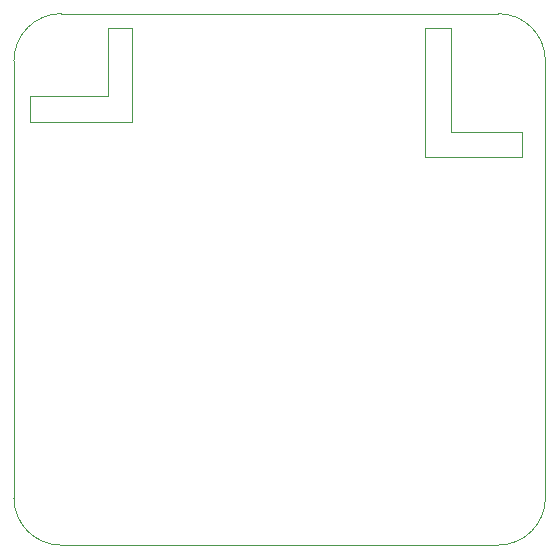
<source format=gbr>
%TF.GenerationSoftware,KiCad,Pcbnew,9.0.1*%
%TF.CreationDate,2025-11-13T12:09:59-06:00*%
%TF.ProjectId,AirCube,41697243-7562-4652-9e6b-696361645f70,rev?*%
%TF.SameCoordinates,Original*%
%TF.FileFunction,Profile,NP*%
%FSLAX46Y46*%
G04 Gerber Fmt 4.6, Leading zero omitted, Abs format (unit mm)*
G04 Created by KiCad (PCBNEW 9.0.1) date 2025-11-13 12:09:59*
%MOMM*%
%LPD*%
G01*
G04 APERTURE LIST*
%TA.AperFunction,Profile*%
%ADD10C,0.100000*%
%TD*%
G04 APERTURE END LIST*
D10*
X61000000Y-51000000D02*
X67000000Y-51000000D01*
X25400000Y-48000000D02*
X25400000Y-50200000D01*
X32000000Y-48000000D02*
X25400000Y-48000000D01*
X61000000Y-42200000D02*
X61000000Y-51000000D01*
X69000000Y-45000000D02*
X69000000Y-82000000D01*
X67000000Y-53100000D02*
X58800000Y-53100000D01*
X67000000Y-51000000D02*
X67000000Y-53100000D01*
X34000000Y-42250000D02*
X32000000Y-42250000D01*
X65000000Y-41000000D02*
G75*
G02*
X69000000Y-45000000I0J-4000000D01*
G01*
X24000000Y-82000000D02*
X24000000Y-45000000D01*
X32000000Y-42250000D02*
X32000000Y-48000000D01*
X25400000Y-50200000D02*
X34000000Y-50200000D01*
X28000000Y-41000000D02*
X65000000Y-41000000D01*
X28000000Y-86000000D02*
G75*
G02*
X24000000Y-82000000I0J4000000D01*
G01*
X58800000Y-42200000D02*
X61000000Y-42200000D01*
X69000000Y-82000000D02*
G75*
G02*
X65000000Y-86000000I-4000000J0D01*
G01*
X58800000Y-53100000D02*
X58800000Y-42200000D01*
X24000000Y-45000000D02*
G75*
G02*
X28000000Y-41000000I4000000J0D01*
G01*
X65000000Y-86000000D02*
X28000000Y-86000000D01*
X34000000Y-50200000D02*
X34000000Y-42250000D01*
M02*

</source>
